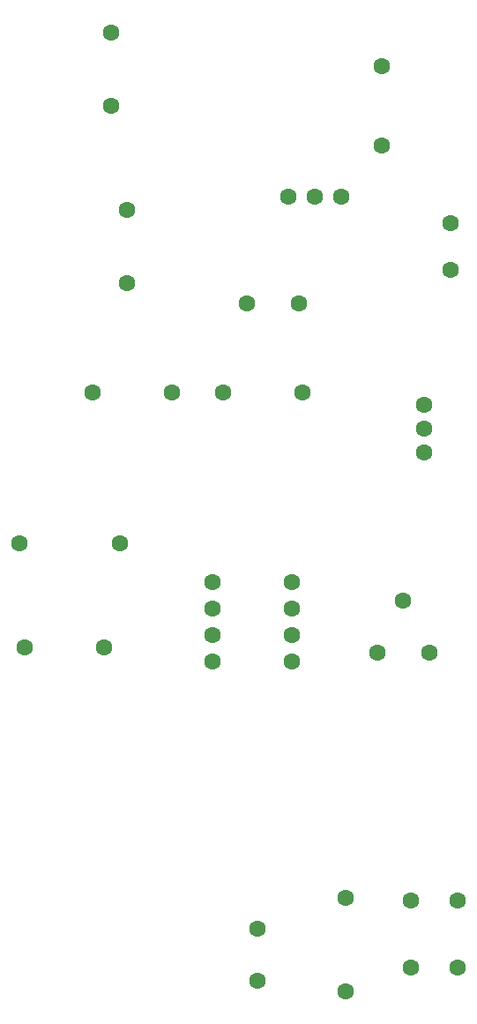
<source format=gtl>
G04*
G04 #@! TF.GenerationSoftware,Altium Limited,Altium Designer,23.0.1 (38)*
G04*
G04 Layer_Physical_Order=1*
G04 Layer_Color=255*
%FSLAX44Y44*%
%MOMM*%
G71*
G04*
G04 #@! TF.SameCoordinates,AC91A941-50EC-41E1-A27D-3A9DBE1CF2D1*
G04*
G04*
G04 #@! TF.FilePolarity,Positive*
G04*
G01*
G75*
%ADD18C,1.6000*%
D18*
X665000Y470000D02*
D03*
Y380000D02*
D03*
X448100Y810000D02*
D03*
X727500Y402500D02*
D03*
X772499D02*
D03*
Y467499D02*
D03*
X727500D02*
D03*
X700000Y1191900D02*
D03*
Y1268100D02*
D03*
X546900Y955000D02*
D03*
X623100D02*
D03*
X765250Y1072500D02*
D03*
Y1117500D02*
D03*
X455250Y1060000D02*
D03*
Y1130000D02*
D03*
X609600Y1142675D02*
D03*
X635000D02*
D03*
X660400D02*
D03*
X440000Y1300000D02*
D03*
Y1230000D02*
D03*
X433100Y710000D02*
D03*
X356900D02*
D03*
X570000Y1040000D02*
D03*
X620000D02*
D03*
X536900Y773100D02*
D03*
Y747700D02*
D03*
Y722300D02*
D03*
Y696900D02*
D03*
X613100Y773100D02*
D03*
Y747700D02*
D03*
Y722300D02*
D03*
Y696900D02*
D03*
X740000Y897300D02*
D03*
Y920000D02*
D03*
Y942700D02*
D03*
X351900Y810000D02*
D03*
X498100Y955001D02*
D03*
X421900D02*
D03*
X745000Y705000D02*
D03*
X720000Y755000D02*
D03*
X695000Y705000D02*
D03*
X580000Y440000D02*
D03*
Y390000D02*
D03*
M02*

</source>
